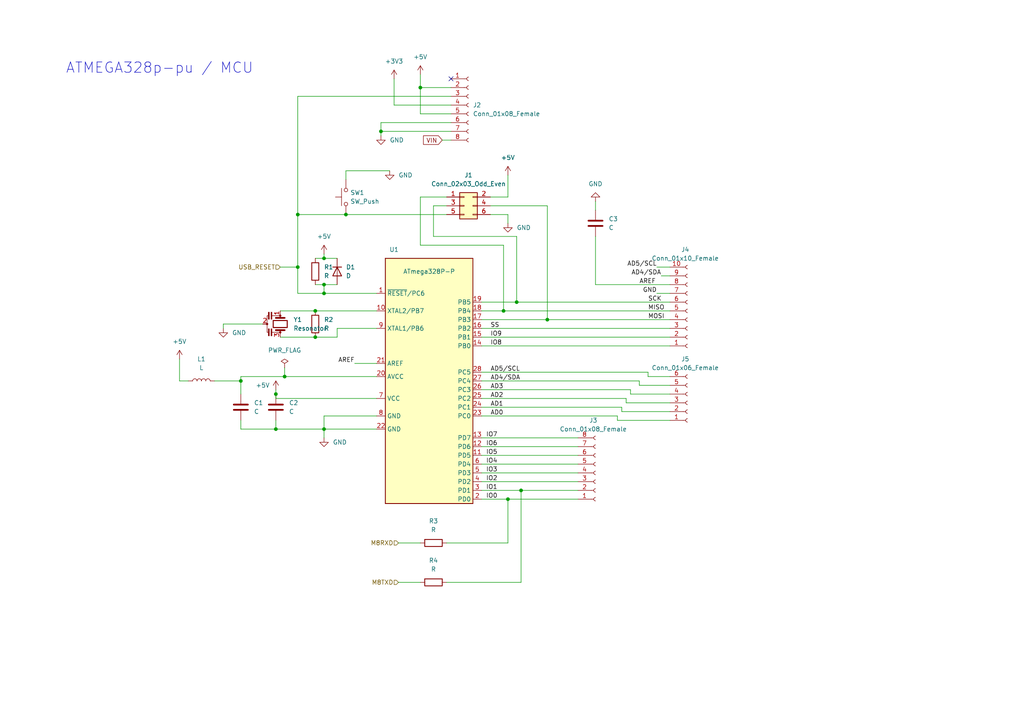
<source format=kicad_sch>
(kicad_sch (version 20211123) (generator eeschema)
  (paper "A4")
  (lib_symbols
    (symbol "Connector:Conn_01x06_Female" (pin_names (offset 1.016) hide)
      (property "Reference" "J" (at 0 7.62 0))
      (property "Value" "Conn_01x06_Female" (at 0 -10.16 0))
      (symbol "Conn_01x06_Female_1_1"
        (arc (start 0 -7.112) (mid -0.508 -7.62) (end 0 -8.128) (stroke (width 0.1524)))
        (arc (start 0 -4.572) (mid -0.508 -5.08) (end 0 -5.588) (stroke (width 0.1524)))
        (arc (start 0 -2.032) (mid -0.508 -2.54) (end 0 -3.048) (stroke (width 0.1524)))
        (polyline (pts (xy -1.27 -7.62) (xy -0.508 -7.62)) (stroke (width 0.1524)))
        (polyline (pts (xy -1.27 -5.08) (xy -0.508 -5.08)) (stroke (width 0.1524)))
        (polyline (pts (xy -1.27 -2.54) (xy -0.508 -2.54)) (stroke (width 0.1524)))
        (polyline (pts (xy -1.27 0) (xy -0.508 0)) (stroke (width 0.1524)))
        (polyline (pts (xy -1.27 2.54) (xy -0.508 2.54)) (stroke (width 0.1524)))
        (polyline (pts (xy -1.27 5.08) (xy -0.508 5.08)) (stroke (width 0.1524)))
        (arc (start 0 0.508) (mid -0.508 0) (end 0 -0.508) (stroke (width 0.1524)))
        (arc (start 0 3.048) (mid -0.508 2.54) (end 0 2.032) (stroke (width 0.1524)))
        (arc (start 0 5.588) (mid -0.508 5.08) (end 0 4.572) (stroke (width 0.1524)))
        (pin passive line (at -5.08 5.08 0) (length 3.81) (name "Pin_1") (number "1"))
        (pin passive line (at -5.08 2.54 0) (length 3.81) (name "Pin_2") (number "2"))
        (pin passive line (at -5.08 0 0) (length 3.81) (name "Pin_3") (number "3"))
        (pin passive line (at -5.08 -2.54 0) (length 3.81) (name "Pin_4") (number "4"))
        (pin passive line (at -5.08 -5.08 0) (length 3.81) (name "Pin_5") (number "5"))
        (pin passive line (at -5.08 -7.62 0) (length 3.81) (name "Pin_6") (number "6"))
      )
    )
    (symbol "Connector:Conn_01x08_Female" (pin_names (offset 1.016) hide)
      (property "Reference" "J" (at 0 10.16 0))
      (property "Value" "Conn_01x08_Female" (at 0 -12.7 0))
      (symbol "Conn_01x08_Female_1_1"
        (arc (start 0 -9.652) (mid -0.508 -10.16) (end 0 -10.668) (stroke (width 0.1524)))
        (arc (start 0 -7.112) (mid -0.508 -7.62) (end 0 -8.128) (stroke (width 0.1524)))
        (arc (start 0 -4.572) (mid -0.508 -5.08) (end 0 -5.588) (stroke (width 0.1524)))
        (arc (start 0 -2.032) (mid -0.508 -2.54) (end 0 -3.048) (stroke (width 0.1524)))
        (polyline (pts (xy -1.27 -10.16) (xy -0.508 -10.16)) (stroke (width 0.1524)))
        (polyline (pts (xy -1.27 -7.62) (xy -0.508 -7.62)) (stroke (width 0.1524)))
        (polyline (pts (xy -1.27 -5.08) (xy -0.508 -5.08)) (stroke (width 0.1524)))
        (polyline (pts (xy -1.27 -2.54) (xy -0.508 -2.54)) (stroke (width 0.1524)))
        (polyline (pts (xy -1.27 0) (xy -0.508 0)) (stroke (width 0.1524)))
        (polyline (pts (xy -1.27 2.54) (xy -0.508 2.54)) (stroke (width 0.1524)))
        (polyline (pts (xy -1.27 5.08) (xy -0.508 5.08)) (stroke (width 0.1524)))
        (polyline (pts (xy -1.27 7.62) (xy -0.508 7.62)) (stroke (width 0.1524)))
        (arc (start 0 0.508) (mid -0.508 0) (end 0 -0.508) (stroke (width 0.1524)))
        (arc (start 0 3.048) (mid -0.508 2.54) (end 0 2.032) (stroke (width 0.1524)))
        (arc (start 0 5.588) (mid -0.508 5.08) (end 0 4.572) (stroke (width 0.1524)))
        (arc (start 0 8.128) (mid -0.508 7.62) (end 0 7.112) (stroke (width 0.1524)))
        (pin passive line (at -5.08 7.62 0) (length 3.81) (name "Pin_1") (number "1"))
        (pin passive line (at -5.08 5.08 0) (length 3.81) (name "Pin_2") (number "2"))
        (pin passive line (at -5.08 2.54 0) (length 3.81) (name "Pin_3") (number "3"))
        (pin passive line (at -5.08 0 0) (length 3.81) (name "Pin_4") (number "4"))
        (pin passive line (at -5.08 -2.54 0) (length 3.81) (name "Pin_5") (number "5"))
        (pin passive line (at -5.08 -5.08 0) (length 3.81) (name "Pin_6") (number "6"))
        (pin passive line (at -5.08 -7.62 0) (length 3.81) (name "Pin_7") (number "7"))
        (pin passive line (at -5.08 -10.16 0) (length 3.81) (name "Pin_8") (number "8"))
      )
    )
    (symbol "Connector:Conn_01x10_Female" (pin_names (offset 1.016) hide)
      (property "Reference" "J" (at 0 12.7 0))
      (property "Value" "Conn_01x10_Female" (at 0 -15.24 0))
      (symbol "Conn_01x10_Female_1_1"
        (arc (start 0 -12.192) (mid -0.508 -12.7) (end 0 -13.208) (stroke (width 0.1524)))
        (arc (start 0 -9.652) (mid -0.508 -10.16) (end 0 -10.668) (stroke (width 0.1524)))
        (arc (start 0 -7.112) (mid -0.508 -7.62) (end 0 -8.128) (stroke (width 0.1524)))
        (arc (start 0 -4.572) (mid -0.508 -5.08) (end 0 -5.588) (stroke (width 0.1524)))
        (arc (start 0 -2.032) (mid -0.508 -2.54) (end 0 -3.048) (stroke (width 0.1524)))
        (polyline (pts (xy -1.27 -12.7) (xy -0.508 -12.7)) (stroke (width 0.1524)))
        (polyline (pts (xy -1.27 -10.16) (xy -0.508 -10.16)) (stroke (width 0.1524)))
        (polyline (pts (xy -1.27 -7.62) (xy -0.508 -7.62)) (stroke (width 0.1524)))
        (polyline (pts (xy -1.27 -5.08) (xy -0.508 -5.08)) (stroke (width 0.1524)))
        (polyline (pts (xy -1.27 -2.54) (xy -0.508 -2.54)) (stroke (width 0.1524)))
        (polyline (pts (xy -1.27 0) (xy -0.508 0)) (stroke (width 0.1524)))
        (polyline (pts (xy -1.27 2.54) (xy -0.508 2.54)) (stroke (width 0.1524)))
        (polyline (pts (xy -1.27 5.08) (xy -0.508 5.08)) (stroke (width 0.1524)))
        (polyline (pts (xy -1.27 7.62) (xy -0.508 7.62)) (stroke (width 0.1524)))
        (polyline (pts (xy -1.27 10.16) (xy -0.508 10.16)) (stroke (width 0.1524)))
        (arc (start 0 0.508) (mid -0.508 0) (end 0 -0.508) (stroke (width 0.1524)))
        (arc (start 0 3.048) (mid -0.508 2.54) (end 0 2.032) (stroke (width 0.1524)))
        (arc (start 0 5.588) (mid -0.508 5.08) (end 0 4.572) (stroke (width 0.1524)))
        (arc (start 0 8.128) (mid -0.508 7.62) (end 0 7.112) (stroke (width 0.1524)))
        (arc (start 0 10.668) (mid -0.508 10.16) (end 0 9.652) (stroke (width 0.1524)))
        (pin passive line (at -5.08 10.16 0) (length 3.81) (name "Pin_1") (number "1"))
        (pin passive line (at -5.08 -12.7 0) (length 3.81) (name "Pin_10") (number "10"))
        (pin passive line (at -5.08 7.62 0) (length 3.81) (name "Pin_2") (number "2"))
        (pin passive line (at -5.08 5.08 0) (length 3.81) (name "Pin_3") (number "3"))
        (pin passive line (at -5.08 2.54 0) (length 3.81) (name "Pin_4") (number "4"))
        (pin passive line (at -5.08 0 0) (length 3.81) (name "Pin_5") (number "5"))
        (pin passive line (at -5.08 -2.54 0) (length 3.81) (name "Pin_6") (number "6"))
        (pin passive line (at -5.08 -5.08 0) (length 3.81) (name "Pin_7") (number "7"))
        (pin passive line (at -5.08 -7.62 0) (length 3.81) (name "Pin_8") (number "8"))
        (pin passive line (at -5.08 -10.16 0) (length 3.81) (name "Pin_9") (number "9"))
      )
    )
    (symbol "Connector_Generic:Conn_02x03_Odd_Even" (pin_names (offset 1.016) hide)
      (property "Reference" "J" (at 1.27 5.08 0))
      (property "Value" "Conn_02x03_Odd_Even" (at 1.27 -5.08 0))
      (symbol "Conn_02x03_Odd_Even_1_1"
        (rectangle (start -1.27 -2.413) (end 0 -2.667) (stroke (width 0.1524)))
        (rectangle (start -1.27 0.127) (end 0 -0.127) (stroke (width 0.1524)))
        (rectangle (start -1.27 2.667) (end 0 2.413) (stroke (width 0.1524)))
        (rectangle (start -1.27 3.81) (end 3.81 -3.81) (stroke (width 0.254)) (fill (type background)))
        (rectangle (start 3.81 -2.413) (end 2.54 -2.667) (stroke (width 0.1524)))
        (rectangle (start 3.81 0.127) (end 2.54 -0.127) (stroke (width 0.1524)))
        (rectangle (start 3.81 2.667) (end 2.54 2.413) (stroke (width 0.1524)))
        (pin passive line (at -5.08 2.54 0) (length 3.81) (name "Pin_1") (number "1"))
        (pin passive line (at 7.62 2.54 180) (length 3.81) (name "Pin_2") (number "2"))
        (pin passive line (at -5.08 0 0) (length 3.81) (name "Pin_3") (number "3"))
        (pin passive line (at 7.62 0 180) (length 3.81) (name "Pin_4") (number "4"))
        (pin passive line (at -5.08 -2.54 0) (length 3.81) (name "Pin_5") (number "5"))
        (pin passive line (at 7.62 -2.54 180) (length 3.81) (name "Pin_6") (number "6"))
      )
    )
    (symbol "Device:C" (pin_numbers hide) (pin_names (offset 0.254))
      (property "Reference" "C" (at 0.635 2.54 0))
      (property "Value" "C" (at 0.635 -2.54 0))
      (symbol "C_0_1"
        (polyline (pts (xy -2.032 -0.762) (xy 2.032 -0.762)) (stroke (width 0.508)))
        (polyline (pts (xy -2.032 0.762) (xy 2.032 0.762)) (stroke (width 0.508)))
      )
      (symbol "C_1_1"
        (pin passive line (at 0 3.81 270) (length 2.794) (name "~") (number "1"))
        (pin passive line (at 0 -3.81 90) (length 2.794) (name "~") (number "2"))
      )
    )
    (symbol "Device:D" (pin_numbers hide) (pin_names (offset 1.016) hide)
      (property "Reference" "D" (at 0 2.54 0))
      (property "Value" "D" (at 0 -2.54 0))
      (symbol "D_0_1"
        (polyline (pts (xy -1.27 1.27) (xy -1.27 -1.27)) (stroke (width 0.254)))
        (polyline (pts (xy 1.27 0) (xy -1.27 0)))
        (polyline (pts (xy 1.27 1.27) (xy 1.27 -1.27) (xy -1.27 0) (xy 1.27 1.27)) (stroke (width 0.254)))
      )
      (symbol "D_1_1"
        (pin passive line (at -3.81 0 0) (length 2.54) (name "K") (number "1"))
        (pin passive line (at 3.81 0 180) (length 2.54) (name "A") (number "2"))
      )
    )
    (symbol "Device:L" (pin_numbers hide) (pin_names (offset 1.016) hide)
      (property "Reference" "L" (at -1.27 0 90))
      (property "Value" "L" (at 1.905 0 90))
      (symbol "L_0_1"
        (arc (start 0 -2.54) (mid 0.635 -1.905) (end 0 -1.27))
        (arc (start 0 -1.27) (mid 0.635 -0.635) (end 0 0))
        (arc (start 0 0) (mid 0.635 0.635) (end 0 1.27))
        (arc (start 0 1.27) (mid 0.635 1.905) (end 0 2.54))
      )
      (symbol "L_1_1"
        (pin passive line (at 0 3.81 270) (length 1.27) (name "1") (number "1"))
        (pin passive line (at 0 -3.81 90) (length 1.27) (name "2") (number "2"))
      )
    )
    (symbol "Device:R" (pin_numbers hide) (pin_names (offset 0))
      (property "Reference" "R" (at 2.032 0 90))
      (property "Value" "R" (at 0 0 90))
      (symbol "R_0_1"
        (rectangle (start -1.016 -2.54) (end 1.016 2.54) (stroke (width 0.254)))
      )
      (symbol "R_1_1"
        (pin passive line (at 0 3.81 270) (length 1.27) (name "~") (number "1"))
        (pin passive line (at 0 -3.81 90) (length 1.27) (name "~") (number "2"))
      )
    )
    (symbol "Device:Resonator" (pin_names (offset 1.016) hide)
      (property "Reference" "Y" (at 0 5.715 0))
      (property "Value" "Resonator" (at 0 3.81 0))
      (symbol "Resonator_0_1"
        (rectangle (start -3.429 -3.175) (end -1.397 -3.429) (fill (type outline)))
        (rectangle (start -3.429 -2.413) (end -1.397 -2.667) (fill (type outline)))
        (circle (center -2.413 0) (radius 0.254) (fill (type outline)))
        (rectangle (start -1.016 2.032) (end 1.016 -2.032) (stroke (width 0.3048)))
        (circle (center 0 -3.81) (radius 0.254) (fill (type outline)))
        (polyline (pts (xy -2.413 -2.413) (xy -2.413 0)))
        (polyline (pts (xy -1.905 0) (xy -3.175 0)))
        (polyline (pts (xy -1.778 -1.27) (xy -1.778 1.27)) (stroke (width 0.508)))
        (polyline (pts (xy 1.778 -1.27) (xy 1.778 1.27)) (stroke (width 0.508)))
        (polyline (pts (xy 1.905 0) (xy 2.54 0)))
        (polyline (pts (xy 2.413 0) (xy 2.413 -2.54)))
        (polyline (pts (xy 2.413 -3.302) (xy 2.413 -3.81) (xy -2.413 -3.81) (xy -2.413 -3.302)))
        (rectangle (start 1.397 -3.175) (end 3.429 -3.429) (fill (type outline)))
        (rectangle (start 1.397 -2.413) (end 3.429 -2.667) (fill (type outline)))
        (circle (center 2.413 0) (radius 0.254) (fill (type outline)))
      )
      (symbol "Resonator_1_1"
        (pin passive line (at -3.81 0 0) (length 1.27) (name "1") (number "1"))
        (pin passive line (at 0 -5.08 90) (length 1.27) (name "2") (number "2"))
        (pin passive line (at 3.81 0 180) (length 1.27) (name "3") (number "3"))
      )
    )
    (symbol "MCU_Microchip_ATmega:ATmega328P-P"
      (property "Reference" "U?" (at -21.59 34.8107 0))
      (property "Value" "ATmega328P-P" (at -21.59 32.2707 0))
      (symbol "ATmega328P-P_0_1"
        (rectangle (start -12.7 -33.02) (end 12.7 38.1) (stroke (width 0.254)) (fill (type background)))
      )
      (symbol "ATmega328P-P_1_1"
        (pin bidirectional line (at -15.24 27.94 0) (length 2.54) (name "~{RESET}/PC6") (number "1"))
        (pin bidirectional line (at -15.24 22.86 0) (length 2.54) (name "XTAL2/PB7") (number "10"))
        (pin bidirectional line (at 15.24 -19.05 180) (length 2.54) (name "PD5") (number "11"))
        (pin bidirectional line (at 15.24 -16.51 180) (length 2.54) (name "PD6") (number "12"))
        (pin bidirectional line (at 15.24 -13.97 180) (length 2.54) (name "PD7") (number "13"))
        (pin bidirectional line (at 15.24 12.7 180) (length 2.54) (name "PB0") (number "14"))
        (pin bidirectional line (at 15.24 15.24 180) (length 2.54) (name "PB1") (number "15"))
        (pin bidirectional line (at 15.24 17.78 180) (length 2.54) (name "PB2") (number "16"))
        (pin bidirectional line (at 15.24 20.32 180) (length 2.54) (name "PB3") (number "17"))
        (pin bidirectional line (at 15.24 22.86 180) (length 2.54) (name "PB4") (number "18"))
        (pin bidirectional line (at 15.24 25.4 180) (length 2.54) (name "PB5") (number "19"))
        (pin bidirectional line (at 15.24 -31.75 180) (length 2.54) (name "PD0") (number "2"))
        (pin power_in line (at -15.24 3.81 0) (length 2.54) (name "AVCC") (number "20"))
        (pin passive line (at -15.24 7.62 0) (length 2.54) (name "AREF") (number "21"))
        (pin passive line (at -15.24 -11.43 0) (length 2.54) (name "GND") (number "22"))
        (pin bidirectional line (at 15.24 -7.62 180) (length 2.54) (name "PC0") (number "23"))
        (pin bidirectional line (at 15.24 -5.08 180) (length 2.54) (name "PC1") (number "24"))
        (pin bidirectional line (at 15.24 -2.54 180) (length 2.54) (name "PC2") (number "25"))
        (pin bidirectional line (at 15.24 0 180) (length 2.54) (name "PC3") (number "26"))
        (pin bidirectional line (at 15.24 2.54 180) (length 2.54) (name "PC4") (number "27"))
        (pin bidirectional line (at 15.24 5.08 180) (length 2.54) (name "PC5") (number "28"))
        (pin bidirectional line (at 15.24 -29.21 180) (length 2.54) (name "PD1") (number "3"))
        (pin bidirectional line (at 15.24 -26.67 180) (length 2.54) (name "PD2") (number "4"))
        (pin bidirectional line (at 15.24 -24.13 180) (length 2.54) (name "PD3") (number "5"))
        (pin bidirectional line (at 15.24 -21.59 180) (length 2.54) (name "PD4") (number "6"))
        (pin power_in line (at -15.24 -2.54 0) (length 2.54) (name "VCC") (number "7"))
        (pin power_in line (at -15.24 -7.62 0) (length 2.54) (name "GND") (number "8"))
        (pin bidirectional line (at -15.24 17.78 0) (length 2.54) (name "XTAL1/PB6") (number "9"))
      )
    )
    (symbol "Switch:SW_Push" (pin_numbers hide) (pin_names (offset 1.016) hide)
      (property "Reference" "SW" (at 1.27 2.54 0))
      (property "Value" "SW_Push" (at 0 -1.524 0))
      (symbol "SW_Push_0_1"
        (circle (center -2.032 0) (radius 0.508))
        (polyline (pts (xy 0 1.27) (xy 0 3.048)))
        (polyline (pts (xy 2.54 1.27) (xy -2.54 1.27)))
        (circle (center 2.032 0) (radius 0.508))
        (pin passive line (at -5.08 0 0) (length 2.54) (name "1") (number "1"))
        (pin passive line (at 5.08 0 180) (length 2.54) (name "2") (number "2"))
      )
    )
    (symbol "power:+3V3" (power) (pin_names (offset 0))
      (property "Value" "+3V3" (at 0 3.556 0))
      (symbol "+3V3_0_1"
        (polyline (pts (xy -0.762 1.27) (xy 0 2.54)))
        (polyline (pts (xy 0 0) (xy 0 2.54)))
        (polyline (pts (xy 0 2.54) (xy 0.762 1.27)))
      )
      (symbol "+3V3_1_1"
        (pin power_in line (at 0 0 90) (length 0) hide (name "+3V3") (number "1"))
      )
    )
    (symbol "power:+5V" (power) (pin_names (offset 0))
      (property "Value" "+5V" (at 0 3.556 0))
      (symbol "+5V_0_1"
        (polyline (pts (xy -0.762 1.27) (xy 0 2.54)))
        (polyline (pts (xy 0 0) (xy 0 2.54)))
        (polyline (pts (xy 0 2.54) (xy 0.762 1.27)))
      )
      (symbol "+5V_1_1"
        (pin power_in line (at 0 0 90) (length 0) hide (name "+5V") (number "1"))
      )
    )
    (symbol "power:GND" (power) (pin_names (offset 0))
      (property "Value" "GND" (at 0 -3.81 0))
      (symbol "GND_0_1"
        (polyline (pts (xy 0 0) (xy 0 -1.27) (xy 1.27 -1.27) (xy 0 -2.54) (xy -1.27 -1.27) (xy 0 -1.27)))
      )
      (symbol "GND_1_1"
        (pin power_in line (at 0 0 270) (length 0) hide (name "GND") (number "1"))
      )
    )
    (symbol "power:PWR_FLAG" (power) (pin_numbers hide) (pin_names (offset 0) hide)
      (property "Value" "PWR_FLAG" (at 0 3.81 0))
      (symbol "PWR_FLAG_0_0"
        (pin power_out line (at 0 0 90) (length 0) (name "pwr") (number "1"))
      )
      (symbol "PWR_FLAG_0_1"
        (polyline (pts (xy 0 0) (xy 0 1.27) (xy -1.016 1.905) (xy 0 2.54) (xy 1.016 1.905) (xy 0 1.27)))
      )
    )
  )
  (junction (at 82.55 109.22))
  (junction (at 91.44 90.17))
  (junction (at 151.13 142.24))
  (junction (at 91.44 97.79))
  (junction (at 100.33 62.23))
  (junction (at 146.05 90.17))
  (junction (at 69.85 110.49))
  (junction (at 147.32 144.78))
  (junction (at 93.98 85.09))
  (junction (at 110.49 38.1))
  (junction (at 158.75 92.71))
  (junction (at 80.01 114.3))
  (junction (at 80.01 124.46))
  (junction (at 121.92 25.4))
  (junction (at 86.36 77.47))
  (junction (at 93.98 74.93))
  (junction (at 93.98 82.55))
  (junction (at 86.36 62.23))
  (junction (at 93.98 124.46))
  (junction (at 149.86 87.63))
  (no_connect (at 130.81 22.86))
  (wire (pts (xy 180.34 118.11) (xy 180.34 119.38)))
  (wire (pts (xy 147.32 144.78) (xy 139.7 144.78)))
  (wire (pts (xy 52.07 110.49) (xy 54.61 110.49)))
  (wire (pts (xy 110.49 38.1) (xy 110.49 39.37)))
  (wire (pts (xy 82.55 109.22) (xy 69.85 109.22)))
  (wire (pts (xy 93.98 74.93) (xy 97.79 74.93)))
  (wire (pts (xy 130.81 35.56) (xy 110.49 35.56)))
  (wire (pts (xy 172.72 68.58) (xy 172.72 82.55)))
  (wire (pts (xy 93.98 120.65) (xy 93.98 124.46)))
  (wire (pts (xy 167.64 142.24) (xy 151.13 142.24)))
  (wire (pts (xy 129.54 168.91) (xy 151.13 168.91)))
  (wire (pts (xy 167.64 127) (xy 139.7 127)))
  (wire (pts (xy 69.85 109.22) (xy 69.85 110.49)))
  (wire (pts (xy 139.7 120.65) (xy 179.07 120.65)))
  (wire (pts (xy 149.86 68.58) (xy 149.86 87.63)))
  (wire (pts (xy 62.23 110.49) (xy 69.85 110.49)))
  (wire (pts (xy 194.31 92.71) (xy 158.75 92.71)))
  (wire (pts (xy 139.7 118.11) (xy 180.34 118.11)))
  (wire (pts (xy 76.2 93.98) (xy 64.77 93.98)))
  (wire (pts (xy 125.73 59.69) (xy 125.73 68.58)))
  (wire (pts (xy 86.36 62.23) (xy 86.36 27.94)))
  (wire (pts (xy 172.72 82.55) (xy 194.31 82.55)))
  (wire (pts (xy 172.72 58.42) (xy 172.72 60.96)))
  (wire (pts (xy 64.77 93.98) (xy 64.77 95.25)))
  (wire (pts (xy 69.85 124.46) (xy 69.85 121.92)))
  (wire (pts (xy 147.32 157.48) (xy 129.54 157.48)))
  (wire (pts (xy 86.36 27.94) (xy 130.81 27.94)))
  (wire (pts (xy 190.5 85.09) (xy 194.31 85.09)))
  (wire (pts (xy 110.49 35.56) (xy 110.49 38.1)))
  (wire (pts (xy 147.32 144.78) (xy 147.32 157.48)))
  (wire (pts (xy 194.31 87.63) (xy 149.86 87.63)))
  (wire (pts (xy 139.7 110.49) (xy 185.42 110.49)))
  (wire (pts (xy 167.64 134.62) (xy 139.7 134.62)))
  (wire (pts (xy 109.22 115.57) (xy 80.01 115.57)))
  (wire (pts (xy 130.81 25.4) (xy 121.92 25.4)))
  (wire (pts (xy 146.05 71.12) (xy 146.05 90.17)))
  (wire (pts (xy 109.22 109.22) (xy 82.55 109.22)))
  (wire (pts (xy 194.31 100.33) (xy 139.7 100.33)))
  (wire (pts (xy 91.44 90.17) (xy 109.22 90.17)))
  (wire (pts (xy 167.64 129.54) (xy 139.7 129.54)))
  (wire (pts (xy 129.54 59.69) (xy 125.73 59.69)))
  (wire (pts (xy 128.27 40.64) (xy 130.81 40.64)))
  (wire (pts (xy 114.3 30.48) (xy 114.3 22.86)))
  (wire (pts (xy 139.7 90.17) (xy 146.05 90.17)))
  (wire (pts (xy 142.24 57.15) (xy 147.32 57.15)))
  (wire (pts (xy 93.98 124.46) (xy 93.98 127)))
  (wire (pts (xy 187.96 107.95) (xy 187.96 109.22)))
  (wire (pts (xy 146.05 90.17) (xy 194.31 90.17)))
  (wire (pts (xy 180.34 119.38) (xy 194.31 119.38)))
  (wire (pts (xy 93.98 73.66) (xy 93.98 74.93)))
  (wire (pts (xy 93.98 85.09) (xy 86.36 85.09)))
  (wire (pts (xy 182.88 114.3) (xy 194.31 114.3)))
  (wire (pts (xy 151.13 168.91) (xy 151.13 142.24)))
  (wire (pts (xy 179.07 121.92) (xy 194.31 121.92)))
  (wire (pts (xy 121.92 33.02) (xy 121.92 25.4)))
  (wire (pts (xy 81.28 90.17) (xy 91.44 90.17)))
  (wire (pts (xy 100.33 49.53) (xy 100.33 52.07)))
  (wire (pts (xy 167.64 132.08) (xy 139.7 132.08)))
  (wire (pts (xy 109.22 95.25) (xy 97.79 95.25)))
  (wire (pts (xy 110.49 38.1) (xy 130.81 38.1)))
  (wire (pts (xy 139.7 107.95) (xy 187.96 107.95)))
  (wire (pts (xy 82.55 106.68) (xy 82.55 109.22)))
  (wire (pts (xy 158.75 92.71) (xy 139.7 92.71)))
  (wire (pts (xy 194.31 97.79) (xy 139.7 97.79)))
  (wire (pts (xy 194.31 95.25) (xy 139.7 95.25)))
  (wire (pts (xy 147.32 57.15) (xy 147.32 50.8)))
  (wire (pts (xy 190.5 77.47) (xy 194.31 77.47)))
  (wire (pts (xy 97.79 97.79) (xy 91.44 97.79)))
  (wire (pts (xy 80.01 121.92) (xy 80.01 124.46)))
  (wire (pts (xy 52.07 104.14) (xy 52.07 110.49)))
  (wire (pts (xy 187.96 109.22) (xy 194.31 109.22)))
  (wire (pts (xy 86.36 77.47) (xy 86.36 85.09)))
  (wire (pts (xy 167.64 144.78) (xy 147.32 144.78)))
  (wire (pts (xy 139.7 115.57) (xy 181.61 115.57)))
  (wire (pts (xy 91.44 74.93) (xy 93.98 74.93)))
  (wire (pts (xy 185.42 111.76) (xy 194.31 111.76)))
  (wire (pts (xy 100.33 62.23) (xy 129.54 62.23)))
  (wire (pts (xy 130.81 30.48) (xy 114.3 30.48)))
  (wire (pts (xy 93.98 124.46) (xy 109.22 124.46)))
  (wire (pts (xy 181.61 116.84) (xy 194.31 116.84)))
  (wire (pts (xy 97.79 95.25) (xy 97.79 97.79)))
  (wire (pts (xy 80.01 124.46) (xy 69.85 124.46)))
  (wire (pts (xy 185.42 110.49) (xy 185.42 111.76)))
  (wire (pts (xy 109.22 120.65) (xy 93.98 120.65)))
  (wire (pts (xy 182.88 113.03) (xy 182.88 114.3)))
  (wire (pts (xy 93.98 124.46) (xy 80.01 124.46)))
  (wire (pts (xy 121.92 57.15) (xy 121.92 71.12)))
  (wire (pts (xy 109.22 85.09) (xy 93.98 85.09)))
  (wire (pts (xy 102.87 105.41) (xy 109.22 105.41)))
  (wire (pts (xy 86.36 62.23) (xy 86.36 77.47)))
  (wire (pts (xy 113.03 49.53) (xy 100.33 49.53)))
  (wire (pts (xy 121.92 71.12) (xy 146.05 71.12)))
  (wire (pts (xy 81.28 97.79) (xy 91.44 97.79)))
  (wire (pts (xy 142.24 59.69) (xy 158.75 59.69)))
  (wire (pts (xy 80.01 115.57) (xy 80.01 114.3)))
  (wire (pts (xy 121.92 25.4) (xy 121.92 21.59)))
  (wire (pts (xy 191.77 80.01) (xy 194.31 80.01)))
  (wire (pts (xy 100.33 62.23) (xy 86.36 62.23)))
  (wire (pts (xy 81.28 77.47) (xy 86.36 77.47)))
  (wire (pts (xy 93.98 85.09) (xy 93.98 82.55)))
  (wire (pts (xy 115.57 168.91) (xy 121.92 168.91)))
  (wire (pts (xy 158.75 59.69) (xy 158.75 92.71)))
  (wire (pts (xy 147.32 62.23) (xy 142.24 62.23)))
  (wire (pts (xy 179.07 120.65) (xy 179.07 121.92)))
  (wire (pts (xy 151.13 142.24) (xy 139.7 142.24)))
  (wire (pts (xy 139.7 113.03) (xy 182.88 113.03)))
  (wire (pts (xy 167.64 137.16) (xy 139.7 137.16)))
  (wire (pts (xy 80.01 113.03) (xy 80.01 114.3)))
  (wire (pts (xy 129.54 57.15) (xy 121.92 57.15)))
  (wire (pts (xy 147.32 64.77) (xy 147.32 62.23)))
  (wire (pts (xy 115.57 157.48) (xy 121.92 157.48)))
  (wire (pts (xy 130.81 33.02) (xy 121.92 33.02)))
  (wire (pts (xy 181.61 115.57) (xy 181.61 116.84)))
  (wire (pts (xy 167.64 139.7) (xy 139.7 139.7)))
  (wire (pts (xy 69.85 110.49) (xy 69.85 114.3)))
  (wire (pts (xy 91.44 82.55) (xy 93.98 82.55)))
  (wire (pts (xy 149.86 87.63) (xy 139.7 87.63)))
  (wire (pts (xy 125.73 68.58) (xy 149.86 68.58)))
  (wire (pts (xy 93.98 82.55) (xy 97.79 82.55)))
  (text "ATMEGA328p-pu / MCU " (at 19.05 21.59 0) (effects (font (size 3 3)) (justify left bottom)))
  (label "IO9" (at 142.24 97.79 0))
  (label "AD5{slash}SCL" (at 142.24 107.95 0))
  (label "AD1" (at 142.24 118.11 0))
  (label "GND" (at 190.5 85.09 180))
  (label "IO4" (at 140.97 134.62 0))
  (label "MISO" (at 187.96 90.17 0))
  (label "SCK" (at 187.96 87.63 0))
  (label "AD4{slash}SDA" (at 191.77 80.01 180))
  (label "SS" (at 142.24 95.25 0))
  (label "AD5{slash}SCL" (at 190.5 77.47 180))
  (label "AREF" (at 102.87 105.41 180))
  (label "IO0" (at 140.97 144.78 0))
  (label "AD3" (at 142.24 113.03 0))
  (label "IO6" (at 140.97 129.54 0))
  (label "AD0" (at 142.24 120.65 0))
  (label "MOSI" (at 187.96 92.71 0))
  (label "AREF" (at 185.42 82.55 0))
  (label "AD4{slash}SDA" (at 142.24 110.49 0))
  (label "IO1" (at 140.97 142.24 0))
  (label "IO2" (at 140.97 139.7 0))
  (label "IO5" (at 140.97 132.08 0))
  (label "IO7" (at 140.97 127 0))
  (label "IO3" (at 140.97 137.16 0))
  (label "AD2" (at 142.24 115.57 0))
  (label "IO8" (at 142.24 100.33 0))
  (global_label "VIN" (shape input) (at 128.27 40.64 180) (property "Intersheet References" "${INTERSHEET_REFS}" (effects hide)))
  (hierarchical_label "USB_RESET" (shape input) (at 81.28 77.47 180))
  (hierarchical_label "M8TXD" (shape input) (at 115.57 168.91 180))
  (hierarchical_label "M8RXD" (shape input) (at 115.57 157.48 180))
  (symbol (lib_id "Device:R") (at 91.44 93.98 0) (unit 1)
    (property "Reference" "R2" (at 93.98 92.7099 0) (effects (justify left)))
    (property "Value" "R" (at 93.98 95.2499 0) (effects (justify left)))
  )
  (symbol (lib_id "Connector:Conn_01x08_Female") (at 135.89 30.48 0) (unit 1)
    (property "Reference" "J2" (at 137.16 30.4799 0) (effects (justify left)))
    (property "Value" "Conn_01x08_Female" (at 137.16 33.0199 0) (effects (justify left)))
  )
  (symbol (lib_id "power:GND") (at 93.98 127 0) (unit 1)
    (property "Reference" "#PWR05" (effects hide))
    (property "Value" "GND" (at 96.52 128.2699 0) (effects (justify left)))
  )
  (symbol (lib_id "Connector:Conn_01x06_Female") (at 199.39 116.84 0) (mirror x) (unit 1)
    (property "Reference" "J5" (at 198.755 104.14 0))
    (property "Value" "Conn_01x06_Female" (at 198.755 106.68 0))
  )
  (symbol (lib_id "power:+5V") (at 93.98 73.66 0) (unit 1)
    (property "Reference" "#PWR04" (effects hide))
    (property "Value" "+5V" (at 93.98 68.58 0))
  )
  (symbol (lib_id "Device:Resonator") (at 81.28 93.98 270) (unit 1)
    (property "Reference" "Y1" (at 85.09 92.7099 90) (effects (justify left)))
    (property "Value" "Resonator" (at 85.09 95.2499 90) (effects (justify left)))
  )
  (symbol (lib_id "Device:R") (at 125.73 157.48 90) (unit 1)
    (property "Reference" "R3" (at 125.73 151.13 90))
    (property "Value" "R" (at 125.73 153.67 90))
  )
  (symbol (lib_id "Switch:SW_Push") (at 100.33 57.15 90) (unit 1)
    (property "Reference" "SW1" (at 101.6 55.8799 90) (effects (justify right)))
    (property "Value" "SW_Push" (at 101.6 58.4199 90) (effects (justify right)))
  )
  (symbol (lib_id "Device:R") (at 91.44 78.74 0) (unit 1)
    (property "Reference" "R1" (at 93.98 77.4699 0) (effects (justify left)))
    (property "Value" "R" (at 93.98 80.0099 0) (effects (justify left)))
  )
  (symbol (lib_id "Device:D") (at 97.79 78.74 270) (unit 1)
    (property "Reference" "D1" (at 100.33 77.4699 90) (effects (justify left)))
    (property "Value" "D" (at 100.33 80.0099 90) (effects (justify left)))
  )
  (symbol (lib_id "power:+5V") (at 147.32 50.8 0) (unit 1)
    (property "Reference" "#PWR010" (effects hide))
    (property "Value" "+5V" (at 147.32 45.72 0))
  )
  (symbol (lib_id "power:PWR_FLAG") (at 82.55 106.68 0) (unit 1)
    (property "Reference" "#FLG0103" (effects hide))
    (property "Value" "PWR_FLAG" (at 82.55 101.6 0))
  )
  (symbol (lib_id "power:GND") (at 113.03 49.53 0) (unit 1)
    (property "Reference" "#PWR07" (effects hide))
    (property "Value" "GND" (at 115.57 50.7999 0) (effects (justify left)))
  )
  (symbol (lib_id "Connector_Generic:Conn_02x03_Odd_Even") (at 134.62 59.69 0) (unit 1)
    (property "Reference" "J1" (at 135.89 50.8 0))
    (property "Value" "Conn_02x03_Odd_Even" (at 135.89 53.34 0))
  )
  (symbol (lib_id "MCU_Microchip_ATmega:ATmega328P-P") (at 124.46 113.03 0) (unit 1)
    (property "Reference" "U1" (at 114.3 72.39 0))
    (property "Value" "ATmega328P-P" (at 124.46 78.74 0))
    (property "Footprint" "Package_DIP:DIP-28_W7.62mm" (effects hide))
    (property "Datasheet" "http://ww1.microchip.com/downloads/en/DeviceDoc/ATmega328_P%20AVR%20MCU%20with%20picoPower%20Technology%20Data%20Sheet%2040001984A.pdf" (effects hide))
  )
  (symbol (lib_id "power:GND") (at 147.32 64.77 0) (unit 1)
    (property "Reference" "#PWR011" (effects hide))
    (property "Value" "GND" (at 149.86 66.0399 0) (effects (justify left)))
  )
  (symbol (lib_id "Device:C") (at 80.01 118.11 0) (unit 1)
    (property "Reference" "C2" (at 83.82 116.8399 0) (effects (justify left)))
    (property "Value" "C" (at 83.82 119.3799 0) (effects (justify left)))
  )
  (symbol (lib_id "power:+5V") (at 52.07 104.14 0) (unit 1)
    (property "Reference" "#PWR01" (effects hide))
    (property "Value" "+5V" (at 52.07 99.06 0))
  )
  (symbol (lib_id "Device:R") (at 125.73 168.91 90) (unit 1)
    (property "Reference" "R4" (at 125.73 162.56 90))
    (property "Value" "R" (at 125.73 165.1 90))
  )
  (symbol (lib_id "Device:L") (at 58.42 110.49 90) (unit 1)
    (property "Reference" "L1" (at 58.42 104.14 90))
    (property "Value" "L" (at 58.42 106.68 90))
  )
  (symbol (lib_id "Connector:Conn_01x10_Female") (at 199.39 90.17 0) (mirror x) (unit 1)
    (property "Reference" "J4" (at 198.755 72.39 0))
    (property "Value" "Conn_01x10_Female" (at 198.755 74.93 0))
  )
  (symbol (lib_id "power:+5V") (at 121.92 21.59 0) (unit 1)
    (property "Reference" "#PWR09" (effects hide))
    (property "Value" "+5V" (at 121.92 16.51 0))
  )
  (symbol (lib_id "power:+3V3") (at 114.3 22.86 0) (unit 1)
    (property "Reference" "#PWR08" (effects hide))
    (property "Value" "+3V3" (at 114.3 17.78 0))
  )
  (symbol (lib_id "power:GND") (at 110.49 39.37 0) (unit 1)
    (property "Reference" "#PWR06" (effects hide))
    (property "Value" "GND" (at 113.03 40.6399 0) (effects (justify left)))
  )
  (symbol (lib_id "power:GND") (at 64.77 95.25 0) (unit 1)
    (property "Reference" "#PWR02" (effects hide))
    (property "Value" "GND" (at 67.31 96.5199 0) (effects (justify left)))
  )
  (symbol (lib_id "power:GND") (at 172.72 58.42 180) (unit 1)
    (property "Reference" "#PWR012" (effects hide))
    (property "Value" "GND" (at 172.72 53.34 0))
  )
  (symbol (lib_id "Connector:Conn_01x08_Female") (at 172.72 137.16 0) (mirror x) (unit 1)
    (property "Reference" "J3" (at 172.085 121.92 0))
    (property "Value" "Conn_01x08_Female" (at 172.085 124.46 0))
  )
  (symbol (lib_id "Device:C") (at 172.72 64.77 0) (unit 1)
    (property "Reference" "C3" (at 176.53 63.4999 0) (effects (justify left)))
    (property "Value" "C" (at 176.53 66.0399 0) (effects (justify left)))
  )
  (symbol (lib_id "Device:C") (at 69.85 118.11 0) (unit 1)
    (property "Reference" "C1" (at 73.66 116.8399 0) (effects (justify left)))
    (property "Value" "C" (at 73.66 119.3799 0) (effects (justify left)))
  )
  (symbol (lib_id "power:+5V") (at 80.01 113.03 0) (unit 1)
    (property "Reference" "#PWR03" (effects hide))
    (property "Value" "+5V" (at 76.2 111.76 0))
  )
)
</source>
